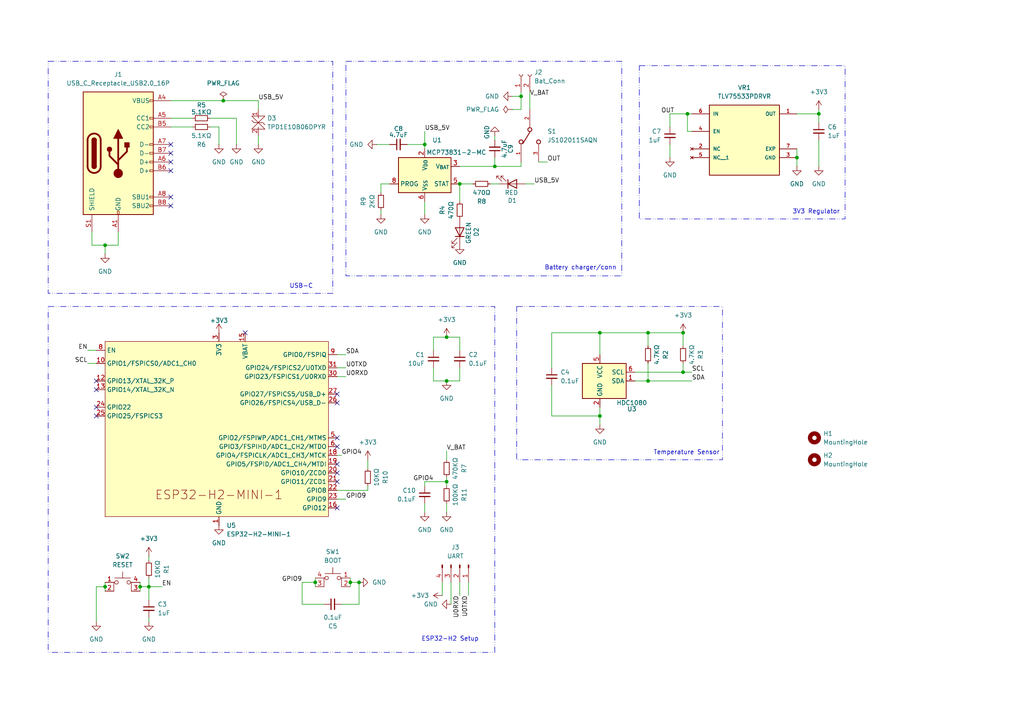
<source format=kicad_sch>
(kicad_sch (version 20231120) (generator "eeschema") (generator_version "8.0")
  (paper "A4")
  (lib_symbols
    (symbol "Battery_Management:MCP73831-2-MC"
      (property "Reference" "U" (at -7.62 6.35 0))
      (property "Value" "MCP73831-2-MC" (at 1.27 6.35 0))
      (symbol "MCP73831-2-MC_0_1"
        (rectangle (start -7.62 5.08) (end 7.62 -5.08) (stroke (width 0.254)) (fill (type background)))
      )
      (symbol "MCP73831-2-MC_1_1"
        (pin passive line (at 0 7.62 270) (length 2.54) hide (name "V_{DD}") (number "1"))
        (pin power_in line (at 0 7.62 270) (length 2.54) (name "V_{DD}") (number "2"))
        (pin power_out line (at 10.16 2.54 180) (length 2.54) (name "V_{BAT}") (number "3"))
        (pin passive line (at 10.16 2.54 180) (length 2.54) hide (name "V_{BAT}") (number "4"))
        (pin tri_state line (at 10.16 -2.54 180) (length 2.54) (name "STAT") (number "5"))
        (pin power_in line (at 0 -7.62 90) (length 2.54) (name "V_{SS}") (number "6"))
        (pin no_connect line (at -7.62 2.54 0) (length 2.54) hide (name "NC") (number "7"))
        (pin input line (at -10.16 -2.54 0) (length 2.54) (name "PROG") (number "8"))
      )
    )
    (symbol "Connector:Conn_01x02_Socket" (pin_names (offset 1.016) hide)
      (property "Reference" "J" (at 0 2.54 0))
      (property "Value" "Conn_01x02_Socket" (at 0 -5.08 0))
      (symbol "Conn_01x02_Socket_1_1"
        (arc (start 0 -2.032) (mid -0.5058 -2.54) (end 0 -3.048) (stroke (width 0.1524)))
        (polyline (pts (xy -1.27 -2.54) (xy -0.508 -2.54)) (stroke (width 0.1524)))
        (polyline (pts (xy -1.27 0) (xy -0.508 0)) (stroke (width 0.1524)))
        (arc (start 0 0.508) (mid -0.5058 0) (end 0 -0.508) (stroke (width 0.1524)))
        (pin passive line (at -5.08 0 0) (length 3.81) (name "Pin_1") (number "1"))
        (pin passive line (at -5.08 -2.54 0) (length 3.81) (name "Pin_2") (number "2"))
      )
    )
    (symbol "Connector:Conn_01x04_Pin" (pin_names (offset 1.016) hide)
      (property "Reference" "J" (at 0 5.08 0))
      (property "Value" "Conn_01x04_Pin" (at 0 -7.62 0))
      (symbol "Conn_01x04_Pin_1_1"
        (polyline (pts (xy 1.27 -5.08) (xy 0.8636 -5.08)) (stroke (width 0.1524)))
        (polyline (pts (xy 1.27 -2.54) (xy 0.8636 -2.54)) (stroke (width 0.1524)))
        (polyline (pts (xy 1.27 0) (xy 0.8636 0)) (stroke (width 0.1524)))
        (polyline (pts (xy 1.27 2.54) (xy 0.8636 2.54)) (stroke (width 0.1524)))
        (rectangle (start 0.8636 -4.953) (end 0 -5.207) (stroke (width 0.1524)) (fill (type outline)))
        (rectangle (start 0.8636 -2.413) (end 0 -2.667) (stroke (width 0.1524)) (fill (type outline)))
        (rectangle (start 0.8636 0.127) (end 0 -0.127) (stroke (width 0.1524)) (fill (type outline)))
        (rectangle (start 0.8636 2.667) (end 0 2.413) (stroke (width 0.1524)) (fill (type outline)))
        (pin passive line (at 5.08 2.54 180) (length 3.81) (name "Pin_1") (number "1"))
        (pin passive line (at 5.08 0 180) (length 3.81) (name "Pin_2") (number "2"))
        (pin passive line (at 5.08 -2.54 180) (length 3.81) (name "Pin_3") (number "3"))
        (pin passive line (at 5.08 -5.08 180) (length 3.81) (name "Pin_4") (number "4"))
      )
    )
    (symbol "Connector:USB_C_Receptacle_USB2.0_16P" (pin_names (offset 1.016))
      (property "Reference" "J" (at 0 22.225 0))
      (property "Value" "USB_C_Receptacle_USB2.0_16P" (at 0 19.685 0))
      (symbol "USB_C_Receptacle_USB2.0_16P_0_0"
        (rectangle (start -0.254 -17.78) (end 0.254 -16.764))
        (rectangle (start 10.16 -14.986) (end 9.144 -15.494))
        (rectangle (start 10.16 -12.446) (end 9.144 -12.954))
        (rectangle (start 10.16 -4.826) (end 9.144 -5.334))
        (rectangle (start 10.16 -2.286) (end 9.144 -2.794))
        (rectangle (start 10.16 0.254) (end 9.144 -0.254))
        (rectangle (start 10.16 2.794) (end 9.144 2.286))
        (rectangle (start 10.16 7.874) (end 9.144 7.366))
        (rectangle (start 10.16 10.414) (end 9.144 9.906))
        (rectangle (start 10.16 15.494) (end 9.144 14.986))
      )
      (symbol "USB_C_Receptacle_USB2.0_16P_0_1"
        (rectangle (start -10.16 17.78) (end 10.16 -17.78) (stroke (width 0.254)) (fill (type background)))
        (arc (start -8.89 -3.81) (mid -6.985 -5.7067) (end -5.08 -3.81) (stroke (width 0.508)))
        (arc (start -7.62 -3.81) (mid -6.985 -4.4423) (end -6.35 -3.81) (stroke (width 0.254)))
        (arc (start -7.62 -3.81) (mid -6.985 -4.4423) (end -6.35 -3.81) (stroke (width 0.254)) (fill (type outline)))
        (rectangle (start -7.62 -3.81) (end -6.35 3.81) (stroke (width 0.254)) (fill (type outline)))
        (arc (start -6.35 3.81) (mid -6.985 4.4423) (end -7.62 3.81) (stroke (width 0.254)))
        (arc (start -6.35 3.81) (mid -6.985 4.4423) (end -7.62 3.81) (stroke (width 0.254)) (fill (type outline)))
        (arc (start -5.08 3.81) (mid -6.985 5.7067) (end -8.89 3.81) (stroke (width 0.508)))
        (circle (center -2.54 1.143) (radius 0.635) (stroke (width 0.254)) (fill (type outline)))
        (circle (center 0 -5.842) (radius 1.27) (fill (type outline)))
        (polyline (pts (xy -8.89 -3.81) (xy -8.89 3.81)) (stroke (width 0.508)))
        (polyline (pts (xy -5.08 3.81) (xy -5.08 -3.81)) (stroke (width 0.508)))
        (polyline (pts (xy 0 -5.842) (xy 0 4.318)) (stroke (width 0.508)))
        (polyline (pts (xy 0 -3.302) (xy -2.54 -0.762) (xy -2.54 0.508)) (stroke (width 0.508)))
        (polyline (pts (xy 0 -2.032) (xy 2.54 0.508) (xy 2.54 1.778)) (stroke (width 0.508)))
        (polyline (pts (xy -1.27 4.318) (xy 0 6.858) (xy 1.27 4.318) (xy -1.27 4.318)) (stroke (width 0.254)) (fill (type outline)))
        (rectangle (start 1.905 1.778) (end 3.175 3.048) (stroke (width 0.254)) (fill (type outline)))
      )
      (symbol "USB_C_Receptacle_USB2.0_16P_1_1"
        (pin passive line (at 0 -22.86 90) (length 5.08) (name "GND") (number "A1"))
        (pin passive line (at 0 -22.86 90) (length 5.08) hide (name "GND") (number "A12"))
        (pin passive line (at 15.24 15.24 180) (length 5.08) (name "VBUS") (number "A4"))
        (pin bidirectional line (at 15.24 10.16 180) (length 5.08) (name "CC1") (number "A5"))
        (pin bidirectional line (at 15.24 -2.54 180) (length 5.08) (name "D+") (number "A6"))
        (pin bidirectional line (at 15.24 2.54 180) (length 5.08) (name "D-") (number "A7"))
        (pin bidirectional line (at 15.24 -12.7 180) (length 5.08) (name "SBU1") (number "A8"))
        (pin passive line (at 15.24 15.24 180) (length 5.08) hide (name "VBUS") (number "A9"))
        (pin passive line (at 0 -22.86 90) (length 5.08) hide (name "GND") (number "B1"))
        (pin passive line (at 0 -22.86 90) (length 5.08) hide (name "GND") (number "B12"))
        (pin passive line (at 15.24 15.24 180) (length 5.08) hide (name "VBUS") (number "B4"))
        (pin bidirectional line (at 15.24 7.62 180) (length 5.08) (name "CC2") (number "B5"))
        (pin bidirectional line (at 15.24 -5.08 180) (length 5.08) (name "D+") (number "B6"))
        (pin bidirectional line (at 15.24 0 180) (length 5.08) (name "D-") (number "B7"))
        (pin bidirectional line (at 15.24 -15.24 180) (length 5.08) (name "SBU2") (number "B8"))
        (pin passive line (at 15.24 15.24 180) (length 5.08) hide (name "VBUS") (number "B9"))
        (pin passive line (at -7.62 -22.86 90) (length 5.08) (name "SHIELD") (number "S1"))
      )
    )
    (symbol "Device:C_Small" (pin_numbers hide) (pin_names (offset 0.254) hide)
      (property "Reference" "C" (at 0.254 1.778 0))
      (property "Value" "C_Small" (at 0.254 -2.032 0))
      (symbol "C_Small_0_1"
        (polyline (pts (xy -1.524 -0.508) (xy 1.524 -0.508)) (stroke (width 0.3302)))
        (polyline (pts (xy -1.524 0.508) (xy 1.524 0.508)) (stroke (width 0.3048)))
      )
      (symbol "C_Small_1_1"
        (pin passive line (at 0 2.54 270) (length 2.032) (name "~") (number "1"))
        (pin passive line (at 0 -2.54 90) (length 2.032) (name "~") (number "2"))
      )
    )
    (symbol "Device:LED" (pin_numbers hide) (pin_names (offset 1.016) hide)
      (property "Reference" "D" (at 0 2.54 0))
      (property "Value" "LED" (at 0 -2.54 0))
      (symbol "LED_0_1"
        (polyline (pts (xy -1.27 -1.27) (xy -1.27 1.27)) (stroke (width 0.254)))
        (polyline (pts (xy -1.27 0) (xy 1.27 0)))
        (polyline (pts (xy 1.27 -1.27) (xy 1.27 1.27) (xy -1.27 0) (xy 1.27 -1.27)) (stroke (width 0.254)))
        (polyline (pts (xy -3.048 -0.762) (xy -4.572 -2.286) (xy -3.81 -2.286) (xy -4.572 -2.286) (xy -4.572 -1.524)))
        (polyline (pts (xy -1.778 -0.762) (xy -3.302 -2.286) (xy -2.54 -2.286) (xy -3.302 -2.286) (xy -3.302 -1.524)))
      )
      (symbol "LED_1_1"
        (pin passive line (at -3.81 0 0) (length 2.54) (name "K") (number "1"))
        (pin passive line (at 3.81 0 180) (length 2.54) (name "A") (number "2"))
      )
    )
    (symbol "Device:R_Small" (pin_numbers hide) (pin_names (offset 0.254) hide)
      (property "Reference" "R" (at 0.762 0.508 0))
      (property "Value" "R_Small" (at 0.762 -1.016 0))
      (symbol "R_Small_0_1"
        (rectangle (start -0.762 1.778) (end 0.762 -1.778) (stroke (width 0.2032)))
      )
      (symbol "R_Small_1_1"
        (pin passive line (at 0 2.54 270) (length 0.762) (name "~") (number "1"))
        (pin passive line (at 0 -2.54 90) (length 0.762) (name "~") (number "2"))
      )
    )
    (symbol "JS102011SAQN:JS102011SAQN" (pin_names (offset 1.016))
      (property "Reference" "S" (at -7.6229 5.0819 0))
      (property "Value" "JS102011SAQN" (at -7.6286 -5.0857 0))
      (symbol "JS102011SAQN_0_0"
        (circle (center -1.778 -2.54) (radius 0.568) (stroke (width 0.254)))
        (circle (center -1.778 2.54) (radius 0.568) (stroke (width 0.254)))
        (polyline (pts (xy 1.016 0) (xy -2.286 2.032)) (stroke (width 0.254)))
        (circle (center 1.778 0) (radius 0.568) (stroke (width 0.254)))
        (pin passive line (at -7.62 2.54 0) (length 5.08) (name "~") (number "1"))
        (pin passive line (at 7.62 0 180) (length 5.08) (name "~") (number "2"))
        (pin passive line (at -7.62 -2.54 0) (length 5.08) (name "~") (number "3"))
      )
    )
    (symbol "Mechanical:MountingHole" (pin_names (offset 1.016)) (exclude_from_sim yes) (in_bom no)
      (property "Reference" "H" (at 0 5.08 0))
      (property "Value" "MountingHole" (at 0 3.175 0))
      (symbol "MountingHole_0_1"
        (circle (center 0 0) (radius 1.27) (stroke (width 1.27)))
      )
    )
    (symbol "PCM_Espressif:ESP32-H2-MINI-1"
      (property "Reference" "U" (at -33.02 30.48 0))
      (property "Value" "ESP32-H2-MINI-1" (at -33.02 27.94 0))
      (symbol "ESP32-H2-MINI-1_0_1"
        (rectangle (start -33.02 25.4) (end 31.75 -25.4) (fill (type background)))
      )
      (symbol "ESP32-H2-MINI-1_1_0"
        (text "ESP32-H2-MINI-1" (at 0 -19.05 0) (effects (font (size 2.54 2.54))))
        (pin bidirectional line (at -35.56 19.05 0) (length 2.54) (name "GPIO1/FSPICS0/ADC1_CH0") (number "10"))
        (pin no_connect line (at -35.56 -13.97 0) (length 2.54) hide (name "NC") (number "17"))
        (pin bidirectional line (at -35.56 6.35 0) (length 2.54) (name "GPIO22") (number "24"))
        (pin bidirectional line (at -35.56 3.81 0) (length 2.54) (name "GPIO25/FSPICS3") (number "25"))
        (pin no_connect line (at -35.56 -13.97 0) (length 2.54) hide (name "NC") (number "28"))
        (pin no_connect line (at -35.56 -13.97 0) (length 2.54) hide (name "NC") (number "29"))
        (pin no_connect line (at -35.56 -13.97 0) (length 2.54) hide (name "NC") (number "32"))
        (pin no_connect line (at -35.56 -13.97 0) (length 2.54) hide (name "NC") (number "33"))
        (pin no_connect line (at -35.56 -13.97 0) (length 2.54) hide (name "NC") (number "34"))
        (pin no_connect line (at -35.56 -13.97 0) (length 2.54) hide (name "NC") (number "35"))
        (pin no_connect line (at -35.56 -13.97 0) (length 2.54) hide (name "NC") (number "4"))
        (pin no_connect line (at -35.56 -13.97 0) (length 2.54) hide (name "NC") (number "7"))
        (pin bidirectional line (at 34.29 21.59 180) (length 2.54) (name "GPIO0/FSPIQ") (number "9"))
      )
      (symbol "ESP32-H2-MINI-1_1_1"
        (pin power_in line (at 0 -27.94 90) (length 2.54) (name "GND") (number "1"))
        (pin passive line (at 0 -27.94 90) (length 2.54) hide (name "GND") (number "11"))
        (pin bidirectional line (at -35.56 13.97 0) (length 2.54) (name "GPIO13/XTAL_32K_P") (number "12"))
        (pin bidirectional line (at -35.56 11.43 0) (length 2.54) (name "GPIO14/XTAL_32K_N") (number "13"))
        (pin passive line (at 0 -27.94 90) (length 2.54) hide (name "GND") (number "14"))
        (pin input line (at 7.62 27.94 270) (length 2.54) (name "VBAT") (number "15"))
        (pin bidirectional line (at 34.29 -22.86 180) (length 2.54) (name "GPIO12") (number "16"))
        (pin bidirectional line (at 34.29 -7.62 180) (length 2.54) (name "GPIO4/FSPICLK/ADC1_CH3/MTCK") (number "18"))
        (pin bidirectional line (at 34.29 -10.16 180) (length 2.54) (name "GPIO5/FSPID/ADC1_CH4/MTDI") (number "19"))
        (pin passive line (at 0 -27.94 90) (length 2.54) hide (name "GND") (number "2"))
        (pin bidirectional line (at 34.29 -12.7 180) (length 2.54) (name "GPIO10/ZCD0") (number "20"))
        (pin bidirectional line (at 34.29 -15.24 180) (length 2.54) (name "GPIO11/ZCD1") (number "21"))
        (pin bidirectional line (at 34.29 -17.78 180) (length 2.54) (name "GPIO8") (number "22"))
        (pin bidirectional line (at 34.29 -20.32 180) (length 2.54) (name "GPIO9") (number "23"))
        (pin bidirectional line (at 34.29 7.62 180) (length 2.54) (name "GPIO26/FSPICS4/USB_D-") (number "26"))
        (pin bidirectional line (at 34.29 10.16 180) (length 2.54) (name "GPIO27/FSPICS5/USB_D+") (number "27"))
        (pin power_in line (at 0 27.94 270) (length 2.54) (name "3V3") (number "3"))
        (pin bidirectional line (at 34.29 15.24 180) (length 2.54) (name "GPIO23/FSPICS1/U0RXD") (number "30"))
        (pin bidirectional line (at 34.29 17.78 180) (length 2.54) (name "GPIO24/FSPICS2/U0TXD") (number "31"))
        (pin passive line (at 0 -27.94 90) (length 2.54) hide (name "GND") (number "36"))
        (pin passive line (at 0 -27.94 90) (length 2.54) hide (name "GND") (number "37"))
        (pin passive line (at 0 -27.94 90) (length 2.54) hide (name "GND") (number "38"))
        (pin passive line (at 0 -27.94 90) (length 2.54) hide (name "GND") (number "39"))
        (pin passive line (at 0 -27.94 90) (length 2.54) hide (name "GND") (number "40"))
        (pin passive line (at 0 -27.94 90) (length 2.54) hide (name "GND") (number "41"))
        (pin passive line (at 0 -27.94 90) (length 2.54) hide (name "GND") (number "42"))
        (pin passive line (at 0 -27.94 90) (length 2.54) hide (name "GND") (number "43"))
        (pin passive line (at 0 -27.94 90) (length 2.54) hide (name "GND") (number "44"))
        (pin passive line (at 0 -27.94 90) (length 2.54) hide (name "GND") (number "45"))
        (pin passive line (at 0 -27.94 90) (length 2.54) hide (name "GND") (number "46"))
        (pin passive line (at 0 -27.94 90) (length 2.54) hide (name "GND") (number "47"))
        (pin passive line (at 0 -27.94 90) (length 2.54) hide (name "GND") (number "48"))
        (pin passive line (at 0 -27.94 90) (length 2.54) hide (name "GND") (number "49"))
        (pin bidirectional line (at 34.29 -2.54 180) (length 2.54) (name "GPIO2/FSPIWP/ADC1_CH1/MTMS") (number "5"))
        (pin passive line (at 0 -27.94 90) (length 2.54) hide (name "GND") (number "50"))
        (pin passive line (at 0 -27.94 90) (length 2.54) hide (name "GND") (number "51"))
        (pin passive line (at 0 -27.94 90) (length 2.54) hide (name "GND") (number "52"))
        (pin passive line (at 0 -27.94 90) (length 2.54) hide (name "GND") (number "53"))
        (pin bidirectional line (at 34.29 -5.08 180) (length 2.54) (name "GPIO3/FSPIHD/ADC1_CH2/MTDO") (number "6"))
        (pin input line (at -35.56 22.86 0) (length 2.54) (name "EN") (number "8"))
      )
    )
    (symbol "Sensor_Humidity:HDC1080"
      (property "Reference" "U" (at -6.35 6.35 0))
      (property "Value" "HDC1080" (at 3.81 6.35 0))
      (symbol "HDC1080_0_1"
        (rectangle (start -7.62 5.08) (end 5.08 -5.08) (stroke (width 0.254)) (fill (type background)))
      )
      (symbol "HDC1080_1_1"
        (pin bidirectional line (at 7.62 0 180) (length 2.54) (name "SDA") (number "1"))
        (pin power_in line (at -2.54 -7.62 90) (length 2.54) (name "GND") (number "2"))
        (pin no_connect line (at -7.62 0 0) (length 2.54) hide (name "NC") (number "3"))
        (pin no_connect line (at -7.62 -2.54 0) (length 2.54) hide (name "NC") (number "4"))
        (pin power_in line (at -2.54 7.62 270) (length 2.54) (name "VCC") (number "5"))
        (pin input line (at 7.62 2.54 180) (length 2.54) (name "SCL") (number "6"))
        (pin no_connect line (at -7.62 2.54 0) (length 2.54) hide (name "DAP") (number "7"))
      )
    )
    (symbol "Switch:SW_MEC_5E" (pin_names (offset 1.016) hide)
      (property "Reference" "SW" (at 0.635 5.715 0))
      (property "Value" "SW_MEC_5E" (at 0 -3.175 0))
      (symbol "SW_MEC_5E_0_1"
        (circle (center -1.778 2.54) (radius 0.508))
        (polyline (pts (xy -2.286 3.81) (xy 2.286 3.81)))
        (polyline (pts (xy 0 3.81) (xy 0 5.588)))
        (polyline (pts (xy -2.54 0) (xy -2.54 2.54) (xy -2.286 2.54)))
        (polyline (pts (xy 2.54 0) (xy 2.54 2.54) (xy 2.286 2.54)))
        (circle (center 1.778 2.54) (radius 0.508))
        (pin passive line (at -5.08 2.54 0) (length 2.54) (name "1") (number "1"))
        (pin passive line (at -5.08 0 0) (length 2.54) (name "2") (number "2"))
        (pin passive line (at 5.08 0 180) (length 2.54) (name "K") (number "3"))
        (pin passive line (at 5.08 2.54 180) (length 2.54) (name "A") (number "4"))
      )
    )
    (symbol "TLV75533PDRVR:TLV75533PDRVR" (pin_names (offset 1.016))
      (property "Reference" "VR1" (at 0 15.24 0))
      (property "Value" "TLV75533PDRVR" (at 0 12.7 0))
      (symbol "TLV75533PDRVR_0_0"
        (rectangle (start -10.16 -10.16) (end 10.16 10.16) (stroke (width 0.254)) (fill (type background)))
        (pin power_out line (at 15.24 7.62 180) (length 5.08) (name "OUT") (number "1"))
        (pin no_connect line (at -15.24 -2.54 0) (length 5.08) (name "NC") (number "2"))
        (pin power_in line (at 15.24 -5.08 180) (length 5.08) (name "GND") (number "3"))
        (pin input line (at -15.24 2.54 0) (length 5.08) (name "EN") (number "4"))
        (pin no_connect line (at -15.24 -5.08 0) (length 5.08) (name "NC__1") (number "5"))
        (pin input line (at -15.24 7.62 0) (length 5.08) (name "IN") (number "6"))
        (pin power_in line (at 15.24 -2.54 180) (length 5.08) (name "EXP") (number "7"))
      )
    )
    (symbol "power:+3V3" (power) (pin_numbers hide) (pin_names (offset 0) hide)
      (property "Value" "+3V3" (at 0 3.556 0))
      (symbol "+3V3_0_1"
        (polyline (pts (xy -0.762 1.27) (xy 0 2.54)))
        (polyline (pts (xy 0 0) (xy 0 2.54)))
        (polyline (pts (xy 0 2.54) (xy 0.762 1.27)))
      )
      (symbol "+3V3_1_1"
        (pin power_in line (at 0 0 90) (length 0) (name "~") (number "1"))
      )
    )
    (symbol "power:GND" (power) (pin_numbers hide) (pin_names (offset 0) hide)
      (property "Value" "GND" (at 0 -3.81 0))
      (symbol "GND_0_1"
        (polyline (pts (xy 0 0) (xy 0 -1.27) (xy 1.27 -1.27) (xy 0 -2.54) (xy -1.27 -1.27) (xy 0 -1.27)))
      )
      (symbol "GND_1_1"
        (pin power_in line (at 0 0 270) (length 0) (name "~") (number "1"))
      )
    )
    (symbol "power:PWR_FLAG" (power) (pin_numbers hide) (pin_names (offset 0) hide)
      (property "Value" "PWR_FLAG" (at 0 3.81 0))
      (symbol "PWR_FLAG_0_0"
        (pin power_out line (at 0 0 90) (length 0) (name "~") (number "1"))
      )
      (symbol "PWR_FLAG_0_1"
        (polyline (pts (xy 0 0) (xy 0 1.27) (xy -1.016 1.905) (xy 0 2.54) (xy 1.016 1.905) (xy 0 1.27)))
      )
    )
    (symbol "tpd1e10b06dpyr:TPD1E10B06DPYR"
      (property "Reference" "D3" (at 2.54 1.2701 0))
      (property "Value" "TPD1E10B06DPYR" (at 2.54 -1.2699 0))
      (symbol "TPD1E10B06DPYR_0_1"
        (polyline (pts (xy 0 0) (xy 1.27 0) (xy 1.905 -0.635)))
        (polyline (pts (xy 0 0) (xy -1.905 1.905) (xy 1.905 1.905) (xy 0 0)))
        (polyline (pts (xy 0 0) (xy -1.905 -1.905) (xy 1.27 -1.905) (xy 1.905 -1.905) (xy 0 0) (xy -1.27 0) (xy -1.905 0.635)))
      )
      (symbol "TPD1E10B06DPYR_1_1"
        (pin input line (at 0 3.81 270) (length 2.54) (name "") (number "1"))
        (pin input line (at 0 -3.81 90) (length 2.54) (name "") (number "2"))
      )
    )
  )
  (junction (at 129.54 139.7))
  (junction (at 231.14 45.72))
  (junction (at 104.14 168.91))
  (junction (at 198.12 107.95))
  (junction (at 43.18 170.18))
  (junction (at 123.19 41.91))
  (junction (at 143.51 48.26))
  (junction (at 173.99 96.52))
  (junction (at 30.48 71.12))
  (junction (at 199.39 33.02))
  (junction (at 30.48 170.18))
  (junction (at 237.49 33.02))
  (junction (at 151.13 27.94))
  (junction (at 187.96 96.52))
  (junction (at 40.64 170.18))
  (junction (at 91.44 168.91))
  (junction (at 173.99 120.65))
  (junction (at 198.12 96.52))
  (junction (at 129.54 97.79))
  (junction (at 129.54 110.49))
  (junction (at 133.35 53.34))
  (junction (at 64.77 29.21))
  (junction (at 101.6 168.91))
  (junction (at 187.96 110.49))
  (no_connect (at 97.79 116.84))
  (no_connect (at 97.79 137.16))
  (no_connect (at 97.79 134.62))
  (no_connect (at 49.53 57.15))
  (no_connect (at 27.94 118.11))
  (no_connect (at 97.79 147.32))
  (no_connect (at 49.53 44.45))
  (no_connect (at 97.79 127))
  (no_connect (at 27.94 113.03))
  (no_connect (at 27.94 110.49))
  (no_connect (at 97.79 129.54))
  (no_connect (at 71.12 96.52))
  (no_connect (at 27.94 120.65))
  (no_connect (at 49.53 41.91))
  (no_connect (at 49.53 46.99))
  (no_connect (at 49.53 59.69))
  (no_connect (at 97.79 139.7))
  (no_connect (at 49.53 49.53))
  (no_connect (at 97.79 114.3))
  (wire (pts (xy 97.79 109.22) (xy 100.33 109.22)))
  (wire (pts (xy 64.77 29.21) (xy 74.93 29.21)))
  (wire (pts (xy 123.19 38.1) (xy 123.19 41.91)))
  (wire (pts (xy 123.19 146.05) (xy 123.19 148.59)))
  (wire (pts (xy 173.99 96.52) (xy 173.99 102.87)))
  (wire (pts (xy 97.79 106.68) (xy 100.33 106.68)))
  (wire (pts (xy 184.15 110.49) (xy 187.96 110.49)))
  (wire (pts (xy 133.35 53.34) (xy 137.16 53.34)))
  (wire (pts (xy 151.13 31.75) (xy 148.59 31.75)))
  (wire (pts (xy 148.59 27.94) (xy 151.13 27.94)))
  (wire (pts (xy 194.31 41.91) (xy 194.31 45.72)))
  (wire (pts (xy 143.51 40.64) (xy 143.51 39.37)))
  (wire (pts (xy 27.94 170.18) (xy 27.94 180.34)))
  (wire (pts (xy 30.48 170.18) (xy 30.48 171.45)))
  (wire (pts (xy 129.54 110.49) (xy 133.35 110.49)))
  (wire (pts (xy 25.4 101.6) (xy 27.94 101.6)))
  (wire (pts (xy 129.54 138.43) (xy 129.54 139.7)))
  (wire (pts (xy 68.58 34.29) (xy 60.96 34.29)))
  (wire (pts (xy 74.93 29.21) (xy 74.93 31.75)))
  (wire (pts (xy 68.58 41.91) (xy 68.58 34.29)))
  (wire (pts (xy 187.96 110.49) (xy 200.66 110.49)))
  (wire (pts (xy 97.79 142.24) (xy 106.68 142.24)))
  (wire (pts (xy 123.19 41.91) (xy 123.19 43.18)))
  (wire (pts (xy 125.73 97.79) (xy 125.73 101.6)))
  (wire (pts (xy 97.79 102.87) (xy 100.33 102.87)))
  (wire (pts (xy 194.31 33.02) (xy 194.31 36.83)))
  (wire (pts (xy 187.96 105.41) (xy 187.96 110.49)))
  (wire (pts (xy 49.53 34.29) (xy 55.88 34.29)))
  (wire (pts (xy 151.13 27.94) (xy 151.13 31.75)))
  (wire (pts (xy 97.79 144.78) (xy 100.33 144.78)))
  (wire (pts (xy 142.24 53.34) (xy 144.78 53.34)))
  (wire (pts (xy 30.48 71.12) (xy 34.29 71.12)))
  (wire (pts (xy 128.27 168.91) (xy 128.27 172.72)))
  (wire (pts (xy 99.06 175.26) (xy 104.14 175.26)))
  (wire (pts (xy 125.73 110.49) (xy 129.54 110.49)))
  (wire (pts (xy 123.19 58.42) (xy 123.19 62.23)))
  (wire (pts (xy 97.79 132.08) (xy 99.06 132.08)))
  (wire (pts (xy 231.14 33.02) (xy 237.49 33.02)))
  (wire (pts (xy 123.19 140.97) (xy 123.19 139.7)))
  (wire (pts (xy 106.68 142.24) (xy 106.68 140.97)))
  (wire (pts (xy 49.53 29.21) (xy 64.77 29.21)))
  (wire (pts (xy 237.49 31.75) (xy 237.49 33.02)))
  (wire (pts (xy 40.64 170.18) (xy 40.64 171.45)))
  (wire (pts (xy 87.63 175.26) (xy 93.98 175.26)))
  (wire (pts (xy 113.03 53.34) (xy 110.49 53.34)))
  (wire (pts (xy 194.31 33.02) (xy 199.39 33.02)))
  (wire (pts (xy 113.03 41.91) (xy 109.22 41.91)))
  (wire (pts (xy 30.48 168.91) (xy 30.48 170.18)))
  (wire (pts (xy 91.44 168.91) (xy 91.44 170.18)))
  (wire (pts (xy 156.21 46.99) (xy 158.75 46.99)))
  (wire (pts (xy 173.99 120.65) (xy 173.99 123.19)))
  (wire (pts (xy 237.49 35.56) (xy 237.49 33.02)))
  (wire (pts (xy 43.18 170.18) (xy 43.18 173.99)))
  (wire (pts (xy 133.35 106.68) (xy 133.35 110.49)))
  (wire (pts (xy 46.99 170.18) (xy 43.18 170.18)))
  (wire (pts (xy 198.12 107.95) (xy 200.66 107.95)))
  (wire (pts (xy 199.39 33.02) (xy 200.66 33.02)))
  (wire (pts (xy 199.39 38.1) (xy 199.39 33.02)))
  (wire (pts (xy 173.99 96.52) (xy 187.96 96.52)))
  (wire (pts (xy 152.4 53.34) (xy 154.94 53.34)))
  (wire (pts (xy 160.02 111.76) (xy 160.02 120.65)))
  (wire (pts (xy 49.53 36.83) (xy 55.88 36.83)))
  (wire (pts (xy 135.89 168.91) (xy 135.89 172.72)))
  (wire (pts (xy 26.67 67.31) (xy 26.67 71.12)))
  (wire (pts (xy 110.49 53.34) (xy 110.49 55.88)))
  (wire (pts (xy 187.96 96.52) (xy 187.96 100.33)))
  (wire (pts (xy 231.14 45.72) (xy 231.14 48.26)))
  (wire (pts (xy 129.54 97.79) (xy 133.35 97.79)))
  (wire (pts (xy 43.18 161.29) (xy 43.18 162.56)))
  (wire (pts (xy 129.54 139.7) (xy 129.54 140.97)))
  (wire (pts (xy 104.14 168.91) (xy 104.14 175.26)))
  (wire (pts (xy 123.19 139.7) (xy 129.54 139.7)))
  (wire (pts (xy 43.18 179.07) (xy 43.18 180.34)))
  (wire (pts (xy 151.13 26.67) (xy 151.13 27.94)))
  (wire (pts (xy 125.73 106.68) (xy 125.73 110.49)))
  (wire (pts (xy 143.51 48.26) (xy 151.13 48.26)))
  (wire (pts (xy 198.12 96.52) (xy 198.12 100.33)))
  (wire (pts (xy 133.35 168.91) (xy 133.35 172.72)))
  (wire (pts (xy 43.18 167.64) (xy 43.18 170.18)))
  (wire (pts (xy 87.63 168.91) (xy 91.44 168.91)))
  (wire (pts (xy 130.81 175.26) (xy 130.81 168.91)))
  (wire (pts (xy 30.48 170.18) (xy 27.94 170.18)))
  (wire (pts (xy 133.35 48.26) (xy 143.51 48.26)))
  (wire (pts (xy 129.54 146.05) (xy 129.54 148.59)))
  (wire (pts (xy 237.49 40.64) (xy 237.49 48.26)))
  (wire (pts (xy 101.6 168.91) (xy 101.6 170.18)))
  (wire (pts (xy 30.48 71.12) (xy 30.48 73.66)))
  (wire (pts (xy 160.02 120.65) (xy 173.99 120.65)))
  (wire (pts (xy 231.14 43.18) (xy 231.14 45.72)))
  (wire (pts (xy 91.44 167.64) (xy 91.44 168.91)))
  (wire (pts (xy 151.13 46.99) (xy 151.13 48.26)))
  (wire (pts (xy 160.02 96.52) (xy 173.99 96.52)))
  (wire (pts (xy 40.64 168.91) (xy 40.64 170.18)))
  (wire (pts (xy 184.15 107.95) (xy 198.12 107.95)))
  (wire (pts (xy 133.35 97.79) (xy 133.35 101.6)))
  (wire (pts (xy 63.5 36.83) (xy 60.96 36.83)))
  (wire (pts (xy 187.96 96.52) (xy 198.12 96.52)))
  (wire (pts (xy 110.49 60.96) (xy 110.49 62.23)))
  (wire (pts (xy 143.51 45.72) (xy 143.51 48.26)))
  (wire (pts (xy 198.12 105.41) (xy 198.12 107.95)))
  (wire (pts (xy 26.67 71.12) (xy 30.48 71.12)))
  (wire (pts (xy 153.67 26.67) (xy 153.67 31.75)))
  (wire (pts (xy 101.6 168.91) (xy 104.14 168.91)))
  (wire (pts (xy 106.68 133.35) (xy 106.68 135.89)))
  (wire (pts (xy 173.99 120.65) (xy 173.99 118.11)))
  (wire (pts (xy 63.5 41.91) (xy 63.5 36.83)))
  (wire (pts (xy 200.66 38.1) (xy 199.39 38.1)))
  (wire (pts (xy 129.54 130.81) (xy 129.54 133.35)))
  (wire (pts (xy 160.02 106.68) (xy 160.02 96.52)))
  (wire (pts (xy 74.93 39.37) (xy 74.93 41.91)))
  (wire (pts (xy 118.11 41.91) (xy 123.19 41.91)))
  (wire (pts (xy 87.63 168.91) (xy 87.63 175.26)))
  (wire (pts (xy 125.73 97.79) (xy 129.54 97.79)))
  (wire (pts (xy 25.4 105.41) (xy 27.94 105.41)))
  (wire (pts (xy 40.64 170.18) (xy 43.18 170.18)))
  (wire (pts (xy 34.29 71.12) (xy 34.29 67.31)))
  (wire (pts (xy 133.35 53.34) (xy 133.35 58.42)))
  (wire (pts (xy 101.6 167.64) (xy 101.6 168.91)))
  (rectangle (start 149.86 88.9) (end 209.55 133.35) (stroke (width 0) (type dash_dot_dot)))
  (rectangle (start 13.97 88.9) (end 143.51 189.23) (stroke (width 0) (type dash_dot_dot)))
  (rectangle (start 100.33 17.78) (end 180.34 80.01) (stroke (width 0) (type dash_dot_dot)))
  (rectangle (start 185.42 19.05) (end 245.11 63.5) (stroke (width 0) (type dash_dot_dot)))
  (rectangle (start 13.97 17.78) (end 96.52 85.09) (stroke (width 0) (type dash_dot_dot)))
  (text "ESP32-H2 Setup" (at 130.556 184.658 0) (effects (font (size 1.27 1.27)) (justify top)))
  (text "USB-C" (at 87.376 83.058 0) (effects (font (size 1.27 1.27))))
  (text "Battery charger/conn" (at 168.402 77.724 0) (effects (font (size 1.27 1.27))))
  (text "Temperature Sensor" (at 199.136 131.318 0) (effects (font (size 1.27 1.27))))
  (text "3V3 Regulator" (at 236.728 61.468 0) (effects (font (size 1.27 1.27))))
  (label "GPIO9" (at 100.33 144.78 0))
  (label "U0TXD" (at 100.33 106.68 0))
  (label "OUT" (at 195.58 33.02 180))
  (label "U0RXD" (at 100.33 109.22 0))
  (label "USB_5V" (at 74.93 29.21 0))
  (label "SDA" (at 100.33 102.87 0))
  (label "SCL" (at 25.4 105.41 180))
  (label "GPIO4" (at 99.06 132.08 0))
  (label "EN" (at 25.4 101.6 180))
  (label "V_BAT" (at 129.54 130.81 0))
  (label "USB_5V" (at 154.94 53.34 0))
  (label "GPIO4" (at 125.73 139.7 180))
  (label "U0TXD" (at 135.89 172.72 270))
  (label "GPIO9" (at 87.63 168.91 180))
  (label "V_BAT" (at 153.67 27.94 0))
  (label "USB_5V" (at 123.19 38.1 0))
  (label "OUT" (at 158.75 46.99 0))
  (label "SCL" (at 200.66 107.95 0))
  (label "U0RXD" (at 133.35 172.72 270))
  (label "EN" (at 46.99 170.18 0))
  (label "SDA" (at 200.66 110.49 0))
  (symbol (lib_id "Connector:Conn_01x04_Pin") (at 133.35 163.83 270) (unit 1)
    (property "Reference" "J3" (at 132.08 158.75 90))
    (property "Value" "UART" (at 132.08 161.29 90))
    (property "Footprint" "Connector_PinHeader_2.54mm:PinHeader_1x04_P2.54mm_Vertical" (effects (hide yes)))
    (property "Description" "CONN HEADER VERT 4POS 2.54MM" (effects (hide yes)))
    (property "MPN" "61300411121" (effects (hide yes)))
  )
  (symbol (lib_id "Switch:SW_MEC_5E") (at 35.56 171.45 0) (unit 1)
    (property "Reference" "SW2" (at 35.56 161.29 0))
    (property "Value" "RESET" (at 35.56 163.83 0))
    (property "Footprint" "Button_Switch_SMD:SW_SPST_PTS810" (effects (hide yes)))
    (property "Datasheet" "http://www.apem.com/int/index.php?controller=attachment&id_attachment=1371" (effects (hide yes)))
    (property "Description" "SWITCH TACTILE SPST-NO 0.05A 16V" (effects (hide yes)))
    (property "MPN" "PTS810SJK250SMTR LFS" (effects (hide yes)))
  )
  (symbol (lib_id "Device:C_Small") (at 123.19 143.51 0) (mirror y) (unit 1)
    (property "Reference" "C10" (at 120.65 142.2462 0) (effects (justify left)))
    (property "Value" "0.1uF" (at 120.65 144.7862 0) (effects (justify left)))
    (property "Footprint" "Capacitor_SMD:C_0603_1608Metric" (effects (hide yes)))
    (property "Description" "CAP CER 0.1UF 16V X7R 0603" (effects (hide yes)))
    (property "MPN" "CC0603KRX7R7BB104" (effects (hide yes)))
  )
  (symbol (lib_id "power:GND") (at 237.49 48.26 0) (unit 1)
    (property "Reference" "#PWR014" (effects (hide yes)))
    (property "Value" "GND" (at 237.49 53.34 0))
    (property "Description" "Power symbol creates a global label with name \"GND\" , ground" (effects (hide yes)))
  )
  (symbol (lib_id "Device:R_Small") (at 58.42 34.29 90) (unit 1)
    (property "Reference" "R5" (at 58.42 30.48 90))
    (property "Value" "5.1KΩ" (at 58.42 32.512 90))
    (property "Footprint" "Resistor_SMD:R_0603_1608Metric" (effects (hide yes)))
    (property "Description" "RES 5.1K OHM 1% 1/10W 0603" (effects (hide yes)))
    (property "MPN" "RC0603FR-075K1L" (effects (hide yes)))
  )
  (symbol (lib_id "power:GND") (at 63.5 41.91 0) (unit 1)
    (property "Reference" "#PWR010" (effects (hide yes)))
    (property "Value" "GND" (at 63.5 46.99 0))
    (property "Description" "Power symbol creates a global label with name \"GND\" , ground" (effects (hide yes)))
  )
  (symbol (lib_id "Device:LED") (at 148.59 53.34 0) (mirror x) (unit 1)
    (property "Reference" "D1" (at 148.59 58.166 0))
    (property "Value" "RED" (at 148.336 55.88 0))
    (property "Footprint" "LED_SMD:LED_0603_1608Metric" (effects (hide yes)))
    (property "Description" "LED RED CLEAR 0603 SMD" (effects (hide yes)))
    (property "MPN" "150060RS75000" (effects (hide yes)))
  )
  (symbol (lib_id "power:GND") (at 133.35 71.12 0) (unit 1)
    (property "Reference" "#PWR019" (effects (hide yes)))
    (property "Value" "GND" (at 133.35 76.2 0))
    (property "Description" "Power symbol creates a global label with name \"GND\" , ground" (effects (hide yes)))
  )
  (symbol (lib_id "Connector:USB_C_Receptacle_USB2.0_16P") (at 34.29 44.45 0) (unit 1)
    (property "Reference" "J1" (at 34.29 21.59 0))
    (property "Value" "USB_C_Receptacle_USB2.0_16P" (at 34.29 24.13 0))
    (property "Footprint" "Connector_USB:USB_C_Receptacle_GCT_USB4105-xx-A_16P_TopMnt_Horizontal" (effects (hide yes)))
    (property "Datasheet" "https://www.usb.org/sites/default/files/documents/usb_type-c.zip" (effects (hide yes)))
    (property "Description" "CONN RCP USB2.0 TYP C 24P SMD RA" (effects (hide yes)))
    (property "MPN" "USB4105-GF-A" (effects (hide yes)))
  )
  (symbol (lib_id "Device:R_Small") (at 110.49 58.42 0) (unit 1)
    (property "Reference" "R9" (at 105.41 58.42 90))
    (property "Value" "2KΩ" (at 107.95 58.42 90))
    (property "Footprint" "Resistor_SMD:R_0603_1608Metric" (effects (hide yes)))
    (property "Description" "RES 2K OHM 1% 1/10W 0603" (effects (hide yes)))
    (property "MPN" "RC0603FR-072KL" (effects (hide yes)))
  )
  (symbol (lib_id "power:GND") (at 43.18 180.34 0) (unit 1)
    (property "Reference" "#PWR07" (effects (hide yes)))
    (property "Value" "GND" (at 43.18 185.42 0))
    (property "Description" "Power symbol creates a global label with name \"GND\" , ground" (effects (hide yes)))
  )
  (symbol (lib_id "power:+3V3") (at 129.54 97.79 0) (unit 1)
    (property "Reference" "#PWR023" (effects (hide yes)))
    (property "Value" "+3V3" (at 129.54 92.71 0))
    (property "Description" "Power symbol creates a global label with name \"+3V3\"" (effects (hide yes)))
  )
  (symbol (lib_id "Device:C_Small") (at 96.52 175.26 90) (mirror x) (unit 1)
    (property "Reference" "C5" (at 96.5263 181.61 90))
    (property "Value" "0.1uF" (at 96.5263 179.07 90))
    (property "Footprint" "Capacitor_SMD:C_0603_1608Metric" (effects (hide yes)))
    (property "Description" "CAP CER 0.1UF 16V X7R 0603" (effects (hide yes)))
    (property "MPN" "CC0603KRX7R7BB104" (effects (hide yes)))
  )
  (symbol (lib_id "Device:R_Small") (at 106.68 138.43 0) (mirror y) (unit 1)
    (property "Reference" "R10" (at 111.76 138.43 90))
    (property "Value" "10KΩ" (at 109.22 138.43 90))
    (property "Footprint" "Resistor_SMD:R_0603_1608Metric" (effects (hide yes)))
    (property "Description" "RES 10K OHM 1% 1/10W 0603" (effects (hide yes)))
    (property "MPN" "RC0603FR-0710KL" (effects (hide yes)))
  )
  (symbol (lib_id "power:GND") (at 74.93 41.91 0) (unit 1)
    (property "Reference" "#PWR012" (effects (hide yes)))
    (property "Value" "GND" (at 74.93 46.99 0))
    (property "Description" "Power symbol creates a global label with name \"GND\" , ground" (effects (hide yes)))
  )
  (symbol (lib_id "JS102011SAQN:JS102011SAQN") (at 153.67 39.37 90) (unit 1)
    (property "Reference" "S1" (at 158.75 38.0999 90) (effects (justify right)))
    (property "Value" "JS102011SAQN" (at 158.75 40.6399 90) (effects (justify right)))
    (property "Footprint" "JS102011SAQN:SW_JS102011SAQN" (effects (hide yes)))
    (property "Description" "SWITCH SLIDE SPDT 300MA 6V" (effects (hide yes)))
    (property "MPN" "JS102011SAQN" (effects (hide yes)))
  )
  (symbol (lib_id "power:GND") (at 231.14 48.26 0) (unit 1)
    (property "Reference" "#PWR028" (effects (hide yes)))
    (property "Value" "GND" (at 231.14 53.34 0))
    (property "Description" "Power symbol creates a global label with name \"GND\" , ground" (effects (hide yes)))
  )
  (symbol (lib_id "power:+3V3") (at 198.12 96.52 0) (unit 1)
    (property "Reference" "#PWR022" (effects (hide yes)))
    (property "Value" "+3V3" (at 198.12 91.44 0))
    (property "Description" "Power symbol creates a global label with name \"+3V3\"" (effects (hide yes)))
  )
  (symbol (lib_id "power:GND") (at 123.19 62.23 0) (unit 1)
    (property "Reference" "#PWR03" (effects (hide yes)))
    (property "Value" "GND" (at 123.19 67.31 0))
    (property "Description" "Power symbol creates a global label with name \"GND\" , ground" (effects (hide yes)))
  )
  (symbol (lib_id "Device:R_Small") (at 198.12 102.87 0) (mirror y) (unit 1)
    (property "Reference" "R3" (at 203.2 102.87 90))
    (property "Value" "4.7KΩ" (at 200.66 102.87 90))
    (property "Footprint" "Resistor_SMD:R_0603_1608Metric" (effects (hide yes)))
    (property "Description" "RES 4.7K OHM 1% 1/10W 0603" (effects (hide yes)))
    (property "MPN" "RC0603FR-074K7L" (effects (hide yes)))
  )
  (symbol (lib_id "power:GND") (at 129.54 148.59 0) (unit 1)
    (property "Reference" "#PWR020" (effects (hide yes)))
    (property "Value" "GND" (at 129.54 153.67 0))
    (property "Description" "Power symbol creates a global label with name \"GND\" , ground" (effects (hide yes)))
  )
  (symbol (lib_id "Device:R_Small") (at 43.18 165.1 0) (mirror y) (unit 1)
    (property "Reference" "R1" (at 48.26 165.1 90))
    (property "Value" "10KΩ" (at 45.72 165.1 90))
    (property "Footprint" "Resistor_SMD:R_0603_1608Metric" (effects (hide yes)))
    (property "Description" "RES 10K OHM 1% 1/10W 0603" (effects (hide yes)))
    (property "MPN" "RC0603FR-0710KL" (effects (hide yes)))
  )
  (symbol (lib_id "tpd1e10b06dpyr:TPD1E10B06DPYR") (at 74.93 35.56 0) (unit 1)
    (property "Reference" "D3" (at 77.47 34.2899 0) (effects (justify left)))
    (property "Value" "TPD1E10B06DPYR" (at 77.47 36.8299 0) (effects (justify left)))
    (property "Footprint" "Diode_SMD:D_SOD-523" (effects (hide yes)))
    (property "Description" "TVS DIODE 5.5VWM 14VC 2X1SON" (effects (hide yes)))
    (property "MPN" "TPD1E10B06DPYR" (effects (hide yes)))
  )
  (symbol (lib_id "Device:C_Small") (at 143.51 43.18 0) (mirror x) (unit 1)
    (property "Reference" "C9" (at 148.082 43.18 90))
    (property "Value" "4.7uF" (at 146.304 43.18 90))
    (property "Footprint" "Capacitor_SMD:C_0603_1608Metric" (effects (hide yes)))
    (property "Description" "CAP CER 4.7UF 6.3V X7R 0603" (effects (hide yes)))
    (property "MPN" "CL10B475KQ8NQNC" (effects (hide yes)))
  )
  (symbol (lib_id "Device:C_Small") (at 237.49 38.1 0) (unit 1)
    (property "Reference" "C6" (at 240.03 36.8362 0) (effects (justify left)))
    (property "Value" "1uF" (at 240.03 39.3762 0) (effects (justify left)))
    (property "Footprint" "Capacitor_SMD:C_0603_1608Metric" (effects (hide yes)))
    (property "Description" "CAP CER 1UF 16V X7R 0603" (effects (hide yes)))
    (property "MPN" "CC0603KRX7R7BB105" (effects (hide yes)))
  )
  (symbol (lib_id "power:+3V3") (at 63.5 96.52 0) (unit 1)
    (property "Reference" "#PWR024" (effects (hide yes)))
    (property "Value" "+3V3" (at 63.5 92.964 0))
    (property "Description" "Power symbol creates a global label with name \"+3V3\"" (effects (hide yes)))
  )
  (symbol (lib_id "Connector:Conn_01x02_Socket") (at 151.13 21.59 90) (unit 1)
    (property "Reference" "J2" (at 154.94 20.9549 90) (effects (justify right)))
    (property "Value" "Bat_Conn" (at 154.94 23.4949 90) (effects (justify right)))
    (property "Footprint" "Connector_JST:JST_PH_B2B-PH-K_1x02_P2.00mm_Vertical" (effects (hide yes)))
    (property "Description" "CONN HEADER VERT 2POS 2MM" (effects (hide yes)))
    (property "MPN" "B2B-PH-K-S" (effects (hide yes)))
  )
  (symbol (lib_id "Device:C_Small") (at 115.57 41.91 90) (unit 1)
    (property "Reference" "C8" (at 115.57 37.338 90))
    (property "Value" "4.7uF" (at 115.57 39.116 90))
    (property "Footprint" "Capacitor_SMD:C_0603_1608Metric" (effects (hide yes)))
    (property "Description" "CAP CER 4.7UF 6.3V X7R 0603" (effects (hide yes)))
    (property "MPN" "CL10B475KQ8NQNC" (effects (hide yes)))
  )
  (symbol (lib_id "Device:LED") (at 133.35 67.31 270) (mirror x) (unit 1)
    (property "Reference" "D2" (at 138.176 67.31 0))
    (property "Value" "GREEN" (at 135.89 67.564 0))
    (property "Footprint" "LED_SMD:LED_0603_1608Metric" (effects (hide yes)))
    (property "Description" "LED GREEN CLEAR 0603 SMD" (effects (hide yes)))
    (property "MPN" "150060VS75000" (effects (hide yes)))
  )
  (symbol (lib_id "power:+3V3") (at 128.27 172.72 90) (unit 1)
    (property "Reference" "#PWR027" (effects (hide yes)))
    (property "Value" "+3V3" (at 124.46 172.7199 90) (effects (justify left)))
    (property "Description" "Power symbol creates a global label with name \"+3V3\"" (effects (hide yes)))
  )
  (symbol (lib_id "Battery_Management:MCP73831-2-MC") (at 123.19 50.8 0) (unit 1)
    (property "Reference" "U1" (at 125.3841 40.64 0) (effects (justify left)))
    (property "Value" "MCP73831-2-MC" (at 123.698 44.196 0) (effects (justify left)))
    (property "Footprint" "Package_DFN_QFN:DFN-8-1EP_3x2mm_P0.5mm_EP1.7x1.4mm" (effects (hide yes)))
    (property "Datasheet" "http://ww1.microchip.com/downloads/en/DeviceDoc/20001984g.pdf" (effects (hide yes)))
    (property "Description" "IC BATT CONTRL LI-ION 1CELL 8DFN" (effects (hide yes)))
    (property "MPN" "MCP73831T-2DCI/MC" (effects (hide yes)))
  )
  (symbol (lib_id "power:GND") (at 110.49 62.23 0) (unit 1)
    (property "Reference" "#PWR08" (effects (hide yes)))
    (property "Value" "GND" (at 110.49 67.31 0))
    (property "Description" "Power symbol creates a global label with name \"GND\" , ground" (effects (hide yes)))
  )
  (symbol (lib_id "power:+3V3") (at 237.49 31.75 0) (unit 1)
    (property "Reference" "#PWR021" (effects (hide yes)))
    (property "Value" "+3V3" (at 237.49 26.67 0))
    (property "Description" "Power symbol creates a global label with name \"+3V3\"" (effects (hide yes)))
  )
  (symbol (lib_id "Device:R_Small") (at 139.7 53.34 90) (unit 1)
    (property "Reference" "R8" (at 139.7 58.42 90))
    (property "Value" "470Ω" (at 139.7 55.88 90))
    (property "Footprint" "Resistor_SMD:R_0603_1608Metric" (effects (hide yes)))
    (property "Description" "RES 470 OHM 1% 1/10W 0603" (effects (hide yes)))
    (property "MPN" "RC0603FR-07470RL" (effects (hide yes)))
  )
  (symbol (lib_id "Sensor_Humidity:HDC1080") (at 176.53 110.49 0) (unit 1)
    (property "Reference" "U3" (at 184.658 118.618 0) (effects (justify right)))
    (property "Value" "HDC1080" (at 187.706 116.84 0) (effects (justify right)))
    (property "Footprint" "Package_SON:Texas_PWSON-N6" (effects (hide yes)))
    (property "Datasheet" "http://www.ti.com/lit/ds/symlink/hdc1080.pdf" (effects (hide yes)))
    (property "Description" "SENSOR HUMI/TEMP 3.3V I2C 2% SMD" (effects (hide yes)))
    (property "MPN" "HDC1080DMBR" (effects (hide yes)))
  )
  (symbol (lib_id "power:GND") (at 123.19 148.59 0) (unit 1)
    (property "Reference" "#PWR029" (effects (hide yes)))
    (property "Value" "GND" (at 123.19 153.67 0))
    (property "Description" "Power symbol creates a global label with name \"GND\" , ground" (effects (hide yes)))
  )
  (symbol (lib_id "Mechanical:MountingHole") (at 236.22 127 0) (unit 1) (exclude_from_sim yes) (in_bom no)
    (property "Reference" "H1" (at 238.76 125.7299 0) (effects (justify left)))
    (property "Value" "MountingHole" (at 238.76 128.2699 0) (effects (justify left)))
    (property "Footprint" "MountingHole:MountingHole_2mm" (effects (hide yes)))
    (property "Description" "Mounting Hole without connection" (effects (hide yes)))
  )
  (symbol (lib_id "power:GND") (at 129.54 110.49 0) (unit 1)
    (property "Reference" "#PWR02" (effects (hide yes)))
    (property "Value" "GND" (at 129.54 115.57 0))
    (property "Description" "Power symbol creates a global label with name \"GND\" , ground" (effects (hide yes)))
  )
  (symbol (lib_id "Device:R_Small") (at 129.54 135.89 0) (mirror y) (unit 1)
    (property "Reference" "R7" (at 134.62 135.89 90))
    (property "Value" "470KΩ" (at 132.08 135.89 90))
    (property "Footprint" "Resistor_SMD:R_0603_1608Metric" (effects (hide yes)))
    (property "Description" "RES 470K OHM 1% 1/10W 0603" (effects (hide yes)))
    (property "MPN" "RC0603FR-07470KL" (effects (hide yes)))
  )
  (symbol (lib_id "Device:C_Small") (at 125.73 104.14 0) (mirror y) (unit 1)
    (property "Reference" "C1" (at 123.19 102.8762 0) (effects (justify left)))
    (property "Value" "10uF" (at 123.19 105.4162 0) (effects (justify left)))
    (property "Footprint" "Capacitor_SMD:C_0603_1608Metric" (effects (hide yes)))
    (property "Description" "CAP CER 10UF 6.3V X5R 0603" (effects (hide yes)))
    (property "MPN" "CL10A106KQ8NNNC" (effects (hide yes)))
  )
  (symbol (lib_id "power:+3V3") (at 43.18 161.29 0) (unit 1)
    (property "Reference" "#PWR025" (effects (hide yes)))
    (property "Value" "+3V3" (at 43.18 156.21 0))
    (property "Description" "Power symbol creates a global label with name \"+3V3\"" (effects (hide yes)))
  )
  (symbol (lib_id "power:GND") (at 30.48 73.66 0) (unit 1)
    (property "Reference" "#PWR011" (effects (hide yes)))
    (property "Value" "GND" (at 30.48 78.74 0))
    (property "Description" "Power symbol creates a global label with name \"GND\" , ground" (effects (hide yes)))
  )
  (symbol (lib_id "Device:C_Small") (at 194.31 39.37 0) (mirror y) (unit 1)
    (property "Reference" "C7" (at 191.77 38.1062 0) (effects (justify left)))
    (property "Value" "1uF" (at 191.77 40.6462 0) (effects (justify left)))
    (property "Footprint" "Capacitor_SMD:C_0603_1608Metric" (effects (hide yes)))
    (property "Description" "CAP CER 1UF 16V X7R 0603" (effects (hide yes)))
    (property "MPN" "CC0603KRX7R7BB105" (effects (hide yes)))
  )
  (symbol (lib_id "power:+3V3") (at 106.68 133.35 0) (unit 1)
    (property "Reference" "#PWR026" (effects (hide yes)))
    (property "Value" "+3V3" (at 106.68 128.27 0))
    (property "Description" "Power symbol creates a global label with name \"+3V3\"" (effects (hide yes)))
  )
  (symbol (lib_id "PCM_Espressif:ESP32-H2-MINI-1") (at 63.5 124.46 0) (unit 1)
    (property "Reference" "U5" (at 65.6941 152.4 0) (effects (justify left)))
    (property "Value" "ESP32-H2-MINI-1" (at 65.6941 154.94 0) (effects (justify left)))
    (property "Footprint" "PCM_Espressif:ESP32-H2-MINI-1" (effects (hide yes)))
    (property "Datasheet" "https://www.espressif.com/sites/default/files/documentation/esp32-h2-mini-1_mini-1u_datasheet_en.pdf" (effects (hide yes)))
    (property "Description" "RF TXRX MOD BT TRACE SMD" (effects (hide yes)))
    (property "MPN" "ESP32-H2-MINI-1-H4" (effects (hide yes)))
  )
  (symbol (lib_id "power:GND") (at 104.14 168.91 90) (unit 1)
    (property "Reference" "#PWR01" (effects (hide yes)))
    (property "Value" "GND" (at 107.95 168.9099 90) (effects (justify right)))
    (property "Description" "Power symbol creates a global label with name \"GND\" , ground" (effects (hide yes)))
  )
  (symbol (lib_id "Device:R_Small") (at 187.96 102.87 0) (mirror y) (unit 1)
    (property "Reference" "R2" (at 193.04 102.87 90))
    (property "Value" "4.7KΩ" (at 190.5 102.87 90))
    (property "Footprint" "Resistor_SMD:R_0603_1608Metric" (effects (hide yes)))
    (property "Description" "RES 4.7K OHM 1% 1/10W 0603" (effects (hide yes)))
    (property "MPN" "RC0603FR-074K7L" (effects (hide yes)))
  )
  (symbol (lib_id "power:GND") (at 27.94 180.34 0) (unit 1)
    (property "Reference" "#PWR06" (effects (hide yes)))
    (property "Value" "GND" (at 27.94 185.42 0))
    (property "Description" "Power symbol creates a global label with name \"GND\" , ground" (effects (hide yes)))
  )
  (symbol (lib_id "power:PWR_FLAG") (at 64.77 29.21 0) (unit 1)
    (property "Reference" "#FLG02" (effects (hide yes)))
    (property "Value" "PWR_FLAG" (at 64.77 24.13 0))
    (property "Description" "Special symbol for telling ERC where power comes from" (effects (hide yes)))
  )
  (symbol (lib_id "Device:R_Small") (at 133.35 60.96 0) (mirror x) (unit 1)
    (property "Reference" "R4" (at 128.27 60.96 90))
    (property "Value" "470Ω" (at 130.81 60.96 90))
    (property "Footprint" "Resistor_SMD:R_0603_1608Metric" (effects (hide yes)))
    (property "Description" "RES 470 OHM 1% 1/10W 0603" (effects (hide yes)))
    (property "MPN" "RC0603FR-07470RL" (effects (hide yes)))
  )
  (symbol (lib_id "Device:R_Small") (at 58.42 36.83 270) (mirror x) (unit 1)
    (property "Reference" "R6" (at 58.42 41.91 90))
    (property "Value" "5.1KΩ" (at 58.42 39.37 90))
    (property "Footprint" "Resistor_SMD:R_0603_1608Metric" (effects (hide yes)))
    (property "Description" "RES 5.1K OHM 1% 1/10W 0603" (effects (hide yes)))
    (property "MPN" "RC0603FR-075K1L" (effects (hide yes)))
  )
  (symbol (lib_id "TLV75533PDRVR:TLV75533PDRVR") (at 215.9 40.64 0) (unit 1)
    (property "Reference" "VR1" (at 215.9 25.4 0))
    (property "Value" "TLV75533PDRVR" (at 215.9 27.94 0))
    (property "Footprint" "TLV75533PDRVR:VREG_TLV75533PDRVR" (effects (hide yes)))
    (property "Description" "IC REG LINEAR 3.3V 500MA 6WSON" (effects (hide yes)))
    (property "MPN" "TLV75533PDRVR" (effects (hide yes)))
  )
  (symbol (lib_id "power:GND") (at 130.81 175.26 270) (unit 1)
    (property "Reference" "#PWR04" (effects (hide yes)))
    (property "Value" "GND" (at 127 175.2599 90) (effects (justify right)))
    (property "Description" "Power symbol creates a global label with name \"GND\" , ground" (effects (hide yes)))
  )
  (symbol (lib_id "power:GND") (at 143.51 39.37 180) (unit 1)
    (property "Reference" "#PWR017" (effects (hide yes)))
    (property "Value" "GND" (at 141.224 40.386 90) (effects (justify right)))
    (property "Description" "Power symbol creates a global label with name \"GND\" , ground" (effects (hide yes)))
  )
  (symbol (lib_id "Device:R_Small") (at 129.54 143.51 0) (mirror y) (unit 1)
    (property "Reference" "R11" (at 134.62 143.51 90))
    (property "Value" "100KΩ" (at 132.08 143.51 90))
    (property "Footprint" "Resistor_SMD:R_0603_1608Metric" (effects (hide yes)))
    (property "Description" "RES 100K OHM 1% 1/10W 0603" (effects (hide yes)))
    (property "MPN" "RC0603FR-07100KL" (effects (hide yes)))
  )
  (symbol (lib_id "power:GND") (at 194.31 45.72 0) (unit 1)
    (property "Reference" "#PWR013" (effects (hide yes)))
    (property "Value" "GND" (at 194.31 50.8 0))
    (property "Description" "Power symbol creates a global label with name \"GND\" , ground" (effects (hide yes)))
  )
  (symbol (lib_id "power:GND") (at 68.58 41.91 0) (unit 1)
    (property "Reference" "#PWR09" (effects (hide yes)))
    (property "Value" "GND" (at 68.58 46.99 0))
    (property "Description" "Power symbol creates a global label with name \"GND\" , ground" (effects (hide yes)))
  )
  (symbol (lib_id "power:PWR_FLAG") (at 148.59 31.75 90) (unit 1)
    (property "Reference" "#FLG01" (effects (hide yes)))
    (property "Value" "PWR_FLAG" (at 144.78 31.7499 90) (effects (justify left)))
    (property "Description" "Special symbol for telling ERC where power comes from" (effects (hide yes)))
  )
  (symbol (lib_id "Device:C_Small") (at 133.35 104.14 0) (unit 1)
    (property "Reference" "C2" (at 135.89 102.8762 0) (effects (justify left)))
    (property "Value" "0.1uF" (at 135.89 105.4162 0) (effects (justify left)))
    (property "Footprint" "Capacitor_SMD:C_0603_1608Metric" (effects (hide yes)))
    (property "Description" "CAP CER 0.1UF 16V X7R 0603" (effects (hide yes)))
    (property "MPN" "CC0603KRX7R7BB104" (effects (hide yes)))
  )
  (symbol (lib_id "Mechanical:MountingHole") (at 236.22 133.35 0) (unit 1) (exclude_from_sim yes) (in_bom no)
    (property "Reference" "H2" (at 238.76 132.0799 0) (effects (justify left)))
    (property "Value" "MountingHole" (at 238.76 134.6199 0) (effects (justify left)))
    (property "Footprint" "MountingHole:MountingHole_2mm" (effects (hide yes)))
    (property "Description" "Mounting Hole without connection" (effects (hide yes)))
  )
  (symbol (lib_id "power:GND") (at 148.59 27.94 270) (unit 1)
    (property "Reference" "#PWR016" (effects (hide yes)))
    (property "Value" "GND" (at 144.78 27.9399 90) (effects (justify right)))
    (property "Description" "Power symbol creates a global label with name \"GND\" , ground" (effects (hide yes)))
  )
  (symbol (lib_id "power:GND") (at 109.22 41.91 270) (unit 1)
    (property "Reference" "#PWR015" (effects (hide yes)))
    (property "Value" "GND" (at 105.41 41.9099 90) (effects (justify right)))
    (property "Description" "Power symbol creates a global label with name \"GND\" , ground" (effects (hide yes)))
  )
  (symbol (lib_id "power:GND") (at 63.5 152.4 0) (unit 1)
    (property "Reference" "#PWR05" (effects (hide yes)))
    (property "Value" "GND" (at 63.5 157.48 0))
    (property "Description" "Power symbol creates a global label with name \"GND\" , ground" (effects (hide yes)))
  )
  (symbol (lib_id "Switch:SW_MEC_5E") (at 96.52 170.18 0) (mirror y) (unit 1)
    (property "Reference" "SW1" (at 96.52 160.02 0))
    (property "Value" "BOOT" (at 96.52 162.56 0))
    (property "Footprint" "Button_Switch_SMD:SW_SPST_PTS810" (effects (hide yes)))
    (property "Datasheet" "http://www.apem.com/int/index.php?controller=attachment&id_attachment=1371" (effects (hide yes)))
    (property "Description" "SWITCH TACTILE SPST-NO 0.05A 16V" (effects (hide yes)))
    (property "MPN" "PTS810SJK250SMTR LFS" (effects (hide yes)))
  )
  (symbol (lib_id "Device:C_Small") (at 43.18 176.53 0) (unit 1)
    (property "Reference" "C3" (at 45.72 175.2662 0) (effects (justify left)))
    (property "Value" "1uF" (at 45.72 177.8062 0) (effects (justify left)))
    (property "Footprint" "Capacitor_SMD:C_0603_1608Metric" (effects (hide yes)))
    (property "Description" "CAP CER 1UF 16V X7R 0603" (effects (hide yes)))
    (property "MPN" "CC0603KRX7R7BB105" (effects (hide yes)))
  )
  (symbol (lib_id "Device:C_Small") (at 160.02 109.22 0) (unit 1)
    (property "Reference" "C4" (at 162.56 107.9562 0) (effects (justify left)))
    (property "Value" "0.1uF" (at 162.56 110.4962 0) (effects (justify left)))
    (property "Footprint" "Capacitor_SMD:C_0603_1608Metric" (effects (hide yes)))
    (property "Description" "CAP CER 0.1UF 16V X7R 0603" (effects (hide yes)))
    (property "MPN" "CC0603KRX7R7BB104" (effects (hide yes)))
  )
  (symbol (lib_id "power:GND") (at 173.99 123.19 0) (unit 1)
    (property "Reference" "#PWR018" (effects (hide yes)))
    (property "Value" "GND" (at 173.99 128.27 0))
    (property "Description" "Power symbol creates a global label with name \"GND\" , ground" (effects (hide yes)))
  )
)
</source>
